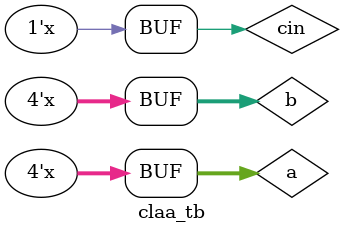
<source format=v>
module claa(a,b,cin,s,cout
    );
	 input [3:0]a;
	 input [3:0]b;
	 input cin;
	 output [3:0]s;
	 output cout;
	 wire [3:0]p;
	 wire [3:0]g;
	 wire [3:1]c;
	 assign p[0]=a[0]^b[0];
	 assign g[0]=a[0]&b[0];
	 assign s[0]=p[0]^cin;
	 assign c[1]=g[0]|(p[0]&cin);
	 
	 assign p[1]=a[1]^b[1];
	 assign g[1]=a[1]&b[1];
	 assign s[1]=p[1]^c[1];
	 assign c[2]=g[1]|(p[1]&g[0])|(p[1]&cin);
	 
	 assign p[2]=a[2]^b[2];
	 assign g[2]=a[2]&b[2];
	 assign s[2]=p[2]^c[2];
	 assign c[2]=g[2]|(p[2]&g[1])|(p[2]&p[1]&g[0])|(p[2]&p[1]&p[0]&cin);
	 
	 assign p[3]=a[3]^b[3];
	 assign g[3]=a[3]&b[3];
	 assign s[3]=p[3]^c[3];
	 assign cout=g[3]&p[3]&c[3];
	 
endmodule


module claa_tb;

	// Inputs
	reg [3:0] a;
	reg [3:0] b;
	reg cin;

	// Outputs
	wire [3:0] s;
	wire cout;

	// Instantiate the design Under Test (DUT)
	claa dut (a,b,c,s,cout);

	initial a=4'b0000;
	initial b=4'b0000;
	initial cin=1'b0;
	always #80 a=a+4'b0001;
	always #20 b=b+4'b0001;
	always #20 cin=cin+1'b1;
endmodule


</source>
